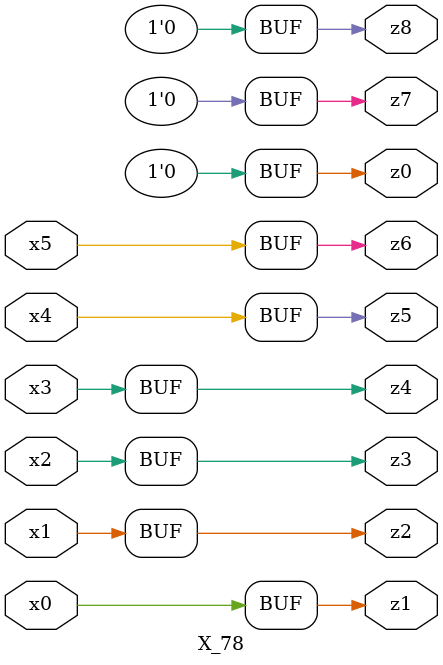
<source format=v>

module X_78 ( 
    x0, x1, x2, x3, x4, x5,
    z0, z1, z2, z3, z4, z5, z6, z7, z8  );
  input  x0, x1, x2, x3, x4, x5;
  output z0, z1, z2, z3, z4, z5, z6, z7, z8;
  assign z0 = 1'b0;
  assign z1 = x0;
  assign z2 = x1;
  assign z3 = x2;
  assign z4 = x3;
  assign z5 = x4;
  assign z6 = x5;
  assign z7 = 1'b0;
  assign z8 = 1'b0;
endmodule



</source>
